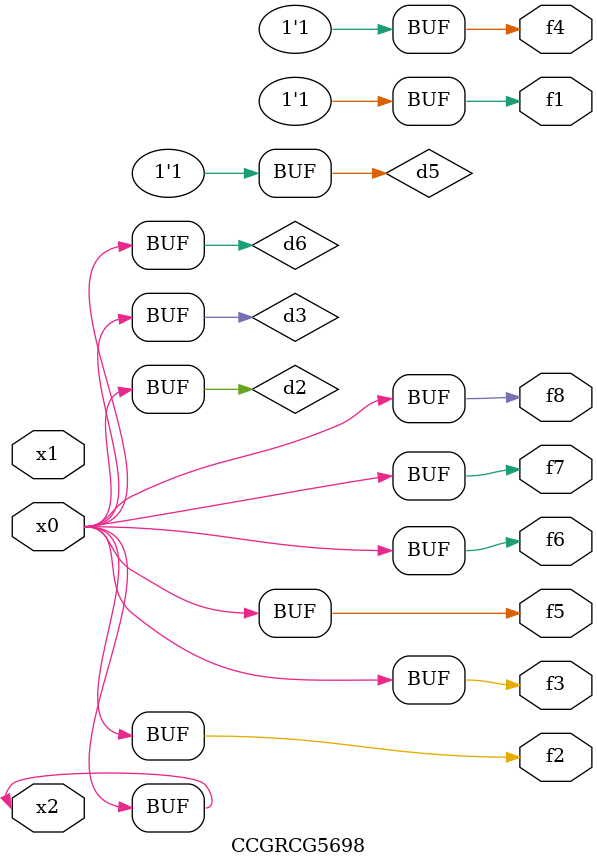
<source format=v>
module CCGRCG5698(
	input x0, x1, x2,
	output f1, f2, f3, f4, f5, f6, f7, f8
);

	wire d1, d2, d3, d4, d5, d6;

	xnor (d1, x2);
	buf (d2, x0, x2);
	and (d3, x0);
	xnor (d4, x1, x2);
	nand (d5, d1, d3);
	buf (d6, d2, d3);
	assign f1 = d5;
	assign f2 = d6;
	assign f3 = d6;
	assign f4 = d5;
	assign f5 = d6;
	assign f6 = d6;
	assign f7 = d6;
	assign f8 = d6;
endmodule

</source>
